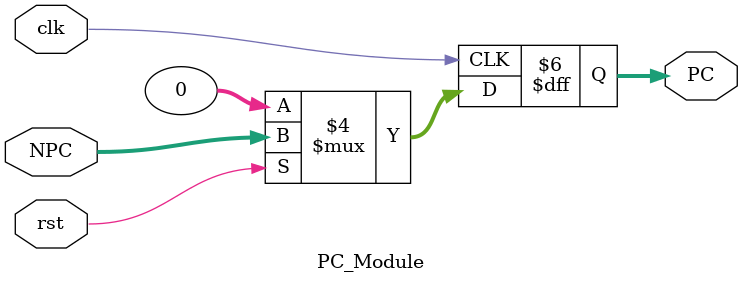
<source format=v>
module PC_Module(clk,rst,NPC,PC);
    input clk,rst;
    input [31:0] NPC;
    output [31:0] PC;
    reg [31:0] PC;

    always @(posedge clk)
    begin
        if(rst == 1'b0)
            PC <= {32{1'b0}};
        else
            PC <= NPC;
    end
endmodule
</source>
